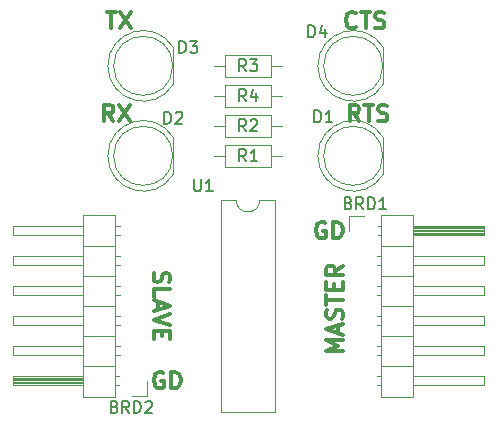
<source format=gbr>
%TF.GenerationSoftware,KiCad,Pcbnew,(6.0.1)*%
%TF.CreationDate,2024-08-30T10:32:37-04:00*%
%TF.ProjectId,FTDI_Monitor,46544449-5f4d-46f6-9e69-746f722e6b69,rev?*%
%TF.SameCoordinates,Original*%
%TF.FileFunction,Legend,Top*%
%TF.FilePolarity,Positive*%
%FSLAX46Y46*%
G04 Gerber Fmt 4.6, Leading zero omitted, Abs format (unit mm)*
G04 Created by KiCad (PCBNEW (6.0.1)) date 2024-08-30 10:32:37*
%MOMM*%
%LPD*%
G01*
G04 APERTURE LIST*
%ADD10C,0.304800*%
%ADD11C,0.150000*%
%ADD12C,0.120000*%
G04 APERTURE END LIST*
D10*
X68268547Y-45466000D02*
X68202023Y-45665571D01*
X68202023Y-45998190D01*
X68268547Y-46131238D01*
X68335071Y-46197761D01*
X68468119Y-46264285D01*
X68601166Y-46264285D01*
X68734214Y-46197761D01*
X68800738Y-46131238D01*
X68867261Y-45998190D01*
X68933785Y-45732095D01*
X69000309Y-45599047D01*
X69066833Y-45532523D01*
X69199880Y-45466000D01*
X69332928Y-45466000D01*
X69465976Y-45532523D01*
X69532500Y-45599047D01*
X69599023Y-45732095D01*
X69599023Y-46064714D01*
X69532500Y-46264285D01*
X68202023Y-47528238D02*
X68202023Y-46863000D01*
X69599023Y-46863000D01*
X68601166Y-47927380D02*
X68601166Y-48592619D01*
X68202023Y-47794333D02*
X69599023Y-48260000D01*
X68202023Y-48725666D01*
X69599023Y-48991761D02*
X68202023Y-49457428D01*
X69599023Y-49923095D01*
X68933785Y-50388761D02*
X68933785Y-50854428D01*
X68202023Y-51054000D02*
X68202023Y-50388761D01*
X69599023Y-50388761D01*
X69599023Y-51054000D01*
X84197976Y-52106285D02*
X82800976Y-52106285D01*
X83798833Y-51640619D01*
X82800976Y-51174952D01*
X84197976Y-51174952D01*
X83798833Y-50576238D02*
X83798833Y-49911000D01*
X84197976Y-50709285D02*
X82800976Y-50243619D01*
X84197976Y-49777952D01*
X84131452Y-49378809D02*
X84197976Y-49179238D01*
X84197976Y-48846619D01*
X84131452Y-48713571D01*
X84064928Y-48647047D01*
X83931880Y-48580523D01*
X83798833Y-48580523D01*
X83665785Y-48647047D01*
X83599261Y-48713571D01*
X83532738Y-48846619D01*
X83466214Y-49112714D01*
X83399690Y-49245761D01*
X83333166Y-49312285D01*
X83200119Y-49378809D01*
X83067071Y-49378809D01*
X82934023Y-49312285D01*
X82867500Y-49245761D01*
X82800976Y-49112714D01*
X82800976Y-48780095D01*
X82867500Y-48580523D01*
X82800976Y-48181380D02*
X82800976Y-47383095D01*
X84197976Y-47782238D02*
X82800976Y-47782238D01*
X83466214Y-46917428D02*
X83466214Y-46451761D01*
X84197976Y-46252190D02*
X84197976Y-46917428D01*
X82800976Y-46917428D01*
X82800976Y-46252190D01*
X84197976Y-44855190D02*
X83532738Y-45320857D01*
X84197976Y-45653476D02*
X82800976Y-45653476D01*
X82800976Y-45121285D01*
X82867500Y-44988238D01*
X82934023Y-44921714D01*
X83067071Y-44855190D01*
X83266642Y-44855190D01*
X83399690Y-44921714D01*
X83466214Y-44988238D01*
X83532738Y-45121285D01*
X83532738Y-45653476D01*
X85594976Y-32635976D02*
X85129309Y-31970738D01*
X84796690Y-32635976D02*
X84796690Y-31238976D01*
X85328880Y-31238976D01*
X85461928Y-31305500D01*
X85528452Y-31372023D01*
X85594976Y-31505071D01*
X85594976Y-31704642D01*
X85528452Y-31837690D01*
X85461928Y-31904214D01*
X85328880Y-31970738D01*
X84796690Y-31970738D01*
X85994119Y-31238976D02*
X86792404Y-31238976D01*
X86393261Y-32635976D02*
X86393261Y-31238976D01*
X87191547Y-32569452D02*
X87391119Y-32635976D01*
X87723738Y-32635976D01*
X87856785Y-32569452D01*
X87923309Y-32502928D01*
X87989833Y-32369880D01*
X87989833Y-32236833D01*
X87923309Y-32103785D01*
X87856785Y-32037261D01*
X87723738Y-31970738D01*
X87457642Y-31904214D01*
X87324595Y-31837690D01*
X87258071Y-31771166D01*
X87191547Y-31638119D01*
X87191547Y-31505071D01*
X87258071Y-31372023D01*
X87324595Y-31305500D01*
X87457642Y-31238976D01*
X87790261Y-31238976D01*
X87989833Y-31305500D01*
X85340976Y-24628928D02*
X85274452Y-24695452D01*
X85074880Y-24761976D01*
X84941833Y-24761976D01*
X84742261Y-24695452D01*
X84609214Y-24562404D01*
X84542690Y-24429357D01*
X84476166Y-24163261D01*
X84476166Y-23963690D01*
X84542690Y-23697595D01*
X84609214Y-23564547D01*
X84742261Y-23431500D01*
X84941833Y-23364976D01*
X85074880Y-23364976D01*
X85274452Y-23431500D01*
X85340976Y-23498023D01*
X85740119Y-23364976D02*
X86538404Y-23364976D01*
X86139261Y-24761976D02*
X86139261Y-23364976D01*
X86937547Y-24695452D02*
X87137119Y-24761976D01*
X87469738Y-24761976D01*
X87602785Y-24695452D01*
X87669309Y-24628928D01*
X87735833Y-24495880D01*
X87735833Y-24362833D01*
X87669309Y-24229785D01*
X87602785Y-24163261D01*
X87469738Y-24096738D01*
X87203642Y-24030214D01*
X87070595Y-23963690D01*
X87004071Y-23897166D01*
X86937547Y-23764119D01*
X86937547Y-23631071D01*
X87004071Y-23498023D01*
X87070595Y-23431500D01*
X87203642Y-23364976D01*
X87536261Y-23364976D01*
X87735833Y-23431500D01*
X64791166Y-32635976D02*
X64325500Y-31970738D01*
X63992880Y-32635976D02*
X63992880Y-31238976D01*
X64525071Y-31238976D01*
X64658119Y-31305500D01*
X64724642Y-31372023D01*
X64791166Y-31505071D01*
X64791166Y-31704642D01*
X64724642Y-31837690D01*
X64658119Y-31904214D01*
X64525071Y-31970738D01*
X63992880Y-31970738D01*
X65256833Y-31238976D02*
X66188166Y-32635976D01*
X66188166Y-31238976D02*
X65256833Y-32635976D01*
X64213619Y-23364976D02*
X65011904Y-23364976D01*
X64612761Y-24761976D02*
X64612761Y-23364976D01*
X65344523Y-23364976D02*
X66275857Y-24761976D01*
X66275857Y-23364976D02*
X65344523Y-24761976D01*
X82725380Y-41211500D02*
X82592333Y-41144976D01*
X82392761Y-41144976D01*
X82193190Y-41211500D01*
X82060142Y-41344547D01*
X81993619Y-41477595D01*
X81927095Y-41743690D01*
X81927095Y-41943261D01*
X81993619Y-42209357D01*
X82060142Y-42342404D01*
X82193190Y-42475452D01*
X82392761Y-42541976D01*
X82525809Y-42541976D01*
X82725380Y-42475452D01*
X82791904Y-42408928D01*
X82791904Y-41943261D01*
X82525809Y-41943261D01*
X83390619Y-42541976D02*
X83390619Y-41144976D01*
X83723238Y-41144976D01*
X83922809Y-41211500D01*
X84055857Y-41344547D01*
X84122380Y-41477595D01*
X84188904Y-41743690D01*
X84188904Y-41943261D01*
X84122380Y-42209357D01*
X84055857Y-42342404D01*
X83922809Y-42475452D01*
X83723238Y-42541976D01*
X83390619Y-42541976D01*
X69009380Y-53911500D02*
X68876333Y-53844976D01*
X68676761Y-53844976D01*
X68477190Y-53911500D01*
X68344142Y-54044547D01*
X68277619Y-54177595D01*
X68211095Y-54443690D01*
X68211095Y-54643261D01*
X68277619Y-54909357D01*
X68344142Y-55042404D01*
X68477190Y-55175452D01*
X68676761Y-55241976D01*
X68809809Y-55241976D01*
X69009380Y-55175452D01*
X69075904Y-55108928D01*
X69075904Y-54643261D01*
X68809809Y-54643261D01*
X69674619Y-55241976D02*
X69674619Y-53844976D01*
X70007238Y-53844976D01*
X70206809Y-53911500D01*
X70339857Y-54044547D01*
X70406380Y-54177595D01*
X70472904Y-54443690D01*
X70472904Y-54643261D01*
X70406380Y-54909357D01*
X70339857Y-55042404D01*
X70206809Y-55175452D01*
X70007238Y-55241976D01*
X69674619Y-55241976D01*
D11*
%TO.C,R4*%
X76033333Y-30932380D02*
X75700000Y-30456190D01*
X75461904Y-30932380D02*
X75461904Y-29932380D01*
X75842857Y-29932380D01*
X75938095Y-29980000D01*
X75985714Y-30027619D01*
X76033333Y-30122857D01*
X76033333Y-30265714D01*
X75985714Y-30360952D01*
X75938095Y-30408571D01*
X75842857Y-30456190D01*
X75461904Y-30456190D01*
X76890476Y-30265714D02*
X76890476Y-30932380D01*
X76652380Y-29884761D02*
X76414285Y-30599047D01*
X77033333Y-30599047D01*
%TO.C,R3*%
X76033333Y-28392380D02*
X75700000Y-27916190D01*
X75461904Y-28392380D02*
X75461904Y-27392380D01*
X75842857Y-27392380D01*
X75938095Y-27440000D01*
X75985714Y-27487619D01*
X76033333Y-27582857D01*
X76033333Y-27725714D01*
X75985714Y-27820952D01*
X75938095Y-27868571D01*
X75842857Y-27916190D01*
X75461904Y-27916190D01*
X76366666Y-27392380D02*
X76985714Y-27392380D01*
X76652380Y-27773333D01*
X76795238Y-27773333D01*
X76890476Y-27820952D01*
X76938095Y-27868571D01*
X76985714Y-27963809D01*
X76985714Y-28201904D01*
X76938095Y-28297142D01*
X76890476Y-28344761D01*
X76795238Y-28392380D01*
X76509523Y-28392380D01*
X76414285Y-28344761D01*
X76366666Y-28297142D01*
%TO.C,R2*%
X76033333Y-33472380D02*
X75700000Y-32996190D01*
X75461904Y-33472380D02*
X75461904Y-32472380D01*
X75842857Y-32472380D01*
X75938095Y-32520000D01*
X75985714Y-32567619D01*
X76033333Y-32662857D01*
X76033333Y-32805714D01*
X75985714Y-32900952D01*
X75938095Y-32948571D01*
X75842857Y-32996190D01*
X75461904Y-32996190D01*
X76414285Y-32567619D02*
X76461904Y-32520000D01*
X76557142Y-32472380D01*
X76795238Y-32472380D01*
X76890476Y-32520000D01*
X76938095Y-32567619D01*
X76985714Y-32662857D01*
X76985714Y-32758095D01*
X76938095Y-32900952D01*
X76366666Y-33472380D01*
X76985714Y-33472380D01*
%TO.C,R1*%
X76033333Y-36012380D02*
X75700000Y-35536190D01*
X75461904Y-36012380D02*
X75461904Y-35012380D01*
X75842857Y-35012380D01*
X75938095Y-35060000D01*
X75985714Y-35107619D01*
X76033333Y-35202857D01*
X76033333Y-35345714D01*
X75985714Y-35440952D01*
X75938095Y-35488571D01*
X75842857Y-35536190D01*
X75461904Y-35536190D01*
X76985714Y-36012380D02*
X76414285Y-36012380D01*
X76700000Y-36012380D02*
X76700000Y-35012380D01*
X76604761Y-35155238D01*
X76509523Y-35250476D01*
X76414285Y-35298095D01*
%TO.C,D4*%
X81303904Y-25511947D02*
X81303904Y-24511947D01*
X81542000Y-24511947D01*
X81684857Y-24559567D01*
X81780095Y-24654805D01*
X81827714Y-24750043D01*
X81875333Y-24940519D01*
X81875333Y-25083376D01*
X81827714Y-25273852D01*
X81780095Y-25369090D01*
X81684857Y-25464328D01*
X81542000Y-25511947D01*
X81303904Y-25511947D01*
X82732476Y-24845281D02*
X82732476Y-25511947D01*
X82494380Y-24464328D02*
X82256285Y-25178614D01*
X82875333Y-25178614D01*
%TO.C,D3*%
X70381904Y-26847380D02*
X70381904Y-25847380D01*
X70620000Y-25847380D01*
X70762857Y-25895000D01*
X70858095Y-25990238D01*
X70905714Y-26085476D01*
X70953333Y-26275952D01*
X70953333Y-26418809D01*
X70905714Y-26609285D01*
X70858095Y-26704523D01*
X70762857Y-26799761D01*
X70620000Y-26847380D01*
X70381904Y-26847380D01*
X71286666Y-25847380D02*
X71905714Y-25847380D01*
X71572380Y-26228333D01*
X71715238Y-26228333D01*
X71810476Y-26275952D01*
X71858095Y-26323571D01*
X71905714Y-26418809D01*
X71905714Y-26656904D01*
X71858095Y-26752142D01*
X71810476Y-26799761D01*
X71715238Y-26847380D01*
X71429523Y-26847380D01*
X71334285Y-26799761D01*
X71286666Y-26752142D01*
%TO.C,D2*%
X69111904Y-32837380D02*
X69111904Y-31837380D01*
X69350000Y-31837380D01*
X69492857Y-31885000D01*
X69588095Y-31980238D01*
X69635714Y-32075476D01*
X69683333Y-32265952D01*
X69683333Y-32408809D01*
X69635714Y-32599285D01*
X69588095Y-32694523D01*
X69492857Y-32789761D01*
X69350000Y-32837380D01*
X69111904Y-32837380D01*
X70064285Y-31932619D02*
X70111904Y-31885000D01*
X70207142Y-31837380D01*
X70445238Y-31837380D01*
X70540476Y-31885000D01*
X70588095Y-31932619D01*
X70635714Y-32027857D01*
X70635714Y-32123095D01*
X70588095Y-32265952D01*
X70016666Y-32837380D01*
X70635714Y-32837380D01*
%TO.C,D1*%
X81811904Y-32710380D02*
X81811904Y-31710380D01*
X82050000Y-31710380D01*
X82192857Y-31758000D01*
X82288095Y-31853238D01*
X82335714Y-31948476D01*
X82383333Y-32138952D01*
X82383333Y-32281809D01*
X82335714Y-32472285D01*
X82288095Y-32567523D01*
X82192857Y-32662761D01*
X82050000Y-32710380D01*
X81811904Y-32710380D01*
X83335714Y-32710380D02*
X82764285Y-32710380D01*
X83050000Y-32710380D02*
X83050000Y-31710380D01*
X82954761Y-31853238D01*
X82859523Y-31948476D01*
X82764285Y-31996095D01*
%TO.C,BRD2*%
X64889238Y-56808571D02*
X65032095Y-56856190D01*
X65079714Y-56903809D01*
X65127333Y-56999047D01*
X65127333Y-57141904D01*
X65079714Y-57237142D01*
X65032095Y-57284761D01*
X64936857Y-57332380D01*
X64555904Y-57332380D01*
X64555904Y-56332380D01*
X64889238Y-56332380D01*
X64984476Y-56380000D01*
X65032095Y-56427619D01*
X65079714Y-56522857D01*
X65079714Y-56618095D01*
X65032095Y-56713333D01*
X64984476Y-56760952D01*
X64889238Y-56808571D01*
X64555904Y-56808571D01*
X66127333Y-57332380D02*
X65794000Y-56856190D01*
X65555904Y-57332380D02*
X65555904Y-56332380D01*
X65936857Y-56332380D01*
X66032095Y-56380000D01*
X66079714Y-56427619D01*
X66127333Y-56522857D01*
X66127333Y-56665714D01*
X66079714Y-56760952D01*
X66032095Y-56808571D01*
X65936857Y-56856190D01*
X65555904Y-56856190D01*
X66555904Y-57332380D02*
X66555904Y-56332380D01*
X66794000Y-56332380D01*
X66936857Y-56380000D01*
X67032095Y-56475238D01*
X67079714Y-56570476D01*
X67127333Y-56760952D01*
X67127333Y-56903809D01*
X67079714Y-57094285D01*
X67032095Y-57189523D01*
X66936857Y-57284761D01*
X66794000Y-57332380D01*
X66555904Y-57332380D01*
X67508285Y-56427619D02*
X67555904Y-56380000D01*
X67651142Y-56332380D01*
X67889238Y-56332380D01*
X67984476Y-56380000D01*
X68032095Y-56427619D01*
X68079714Y-56522857D01*
X68079714Y-56618095D01*
X68032095Y-56760952D01*
X67460666Y-57332380D01*
X68079714Y-57332380D01*
%TO.C,BRD1*%
X84701238Y-39552571D02*
X84844095Y-39600190D01*
X84891714Y-39647809D01*
X84939333Y-39743047D01*
X84939333Y-39885904D01*
X84891714Y-39981142D01*
X84844095Y-40028761D01*
X84748857Y-40076380D01*
X84367904Y-40076380D01*
X84367904Y-39076380D01*
X84701238Y-39076380D01*
X84796476Y-39124000D01*
X84844095Y-39171619D01*
X84891714Y-39266857D01*
X84891714Y-39362095D01*
X84844095Y-39457333D01*
X84796476Y-39504952D01*
X84701238Y-39552571D01*
X84367904Y-39552571D01*
X85939333Y-40076380D02*
X85606000Y-39600190D01*
X85367904Y-40076380D02*
X85367904Y-39076380D01*
X85748857Y-39076380D01*
X85844095Y-39124000D01*
X85891714Y-39171619D01*
X85939333Y-39266857D01*
X85939333Y-39409714D01*
X85891714Y-39504952D01*
X85844095Y-39552571D01*
X85748857Y-39600190D01*
X85367904Y-39600190D01*
X86367904Y-40076380D02*
X86367904Y-39076380D01*
X86606000Y-39076380D01*
X86748857Y-39124000D01*
X86844095Y-39219238D01*
X86891714Y-39314476D01*
X86939333Y-39504952D01*
X86939333Y-39647809D01*
X86891714Y-39838285D01*
X86844095Y-39933523D01*
X86748857Y-40028761D01*
X86606000Y-40076380D01*
X86367904Y-40076380D01*
X87891714Y-40076380D02*
X87320285Y-40076380D01*
X87606000Y-40076380D02*
X87606000Y-39076380D01*
X87510761Y-39219238D01*
X87415523Y-39314476D01*
X87320285Y-39362095D01*
%TO.C,U1*%
X71628095Y-37552380D02*
X71628095Y-38361904D01*
X71675714Y-38457142D01*
X71723333Y-38504761D01*
X71818571Y-38552380D01*
X72009047Y-38552380D01*
X72104285Y-38504761D01*
X72151904Y-38457142D01*
X72199523Y-38361904D01*
X72199523Y-37552380D01*
X73199523Y-38552380D02*
X72628095Y-38552380D01*
X72913809Y-38552380D02*
X72913809Y-37552380D01*
X72818571Y-37695238D01*
X72723333Y-37790476D01*
X72628095Y-37838095D01*
D12*
%TO.C,R4*%
X78120000Y-31400000D02*
X78120000Y-29560000D01*
X78120000Y-29560000D02*
X74280000Y-29560000D01*
X74280000Y-31400000D02*
X78120000Y-31400000D01*
X79070000Y-30480000D02*
X78120000Y-30480000D01*
X74280000Y-29560000D02*
X74280000Y-31400000D01*
X73330000Y-30480000D02*
X74280000Y-30480000D01*
%TO.C,R3*%
X74280000Y-27020000D02*
X74280000Y-28860000D01*
X74280000Y-28860000D02*
X78120000Y-28860000D01*
X78120000Y-27020000D02*
X74280000Y-27020000D01*
X73330000Y-27940000D02*
X74280000Y-27940000D01*
X78120000Y-28860000D02*
X78120000Y-27020000D01*
X79070000Y-27940000D02*
X78120000Y-27940000D01*
%TO.C,R2*%
X74280000Y-32100000D02*
X74280000Y-33940000D01*
X74280000Y-33940000D02*
X78120000Y-33940000D01*
X78120000Y-32100000D02*
X74280000Y-32100000D01*
X73330000Y-33020000D02*
X74280000Y-33020000D01*
X78120000Y-33940000D02*
X78120000Y-32100000D01*
X79070000Y-33020000D02*
X78120000Y-33020000D01*
%TO.C,R1*%
X78120000Y-36480000D02*
X78120000Y-34640000D01*
X78120000Y-34640000D02*
X74280000Y-34640000D01*
X74280000Y-36480000D02*
X78120000Y-36480000D01*
X79070000Y-35560000D02*
X78120000Y-35560000D01*
X74280000Y-34640000D02*
X74280000Y-36480000D01*
X73330000Y-35560000D02*
X74280000Y-35560000D01*
%TO.C,D4*%
X87650000Y-29485000D02*
X87650000Y-26395000D01*
X87650000Y-26395170D02*
G75*
G03*
X82100000Y-27940462I-2560000J-1544830D01*
G01*
X82100000Y-27939538D02*
G75*
G03*
X87650000Y-29484830I2990000J-462D01*
G01*
X87590000Y-27940000D02*
G75*
G03*
X87590000Y-27940000I-2500000J0D01*
G01*
%TO.C,D3*%
X69810000Y-27940000D02*
G75*
G03*
X69810000Y-27940000I-2500000J0D01*
G01*
X64320000Y-27939538D02*
G75*
G03*
X69870000Y-29484830I2990000J-462D01*
G01*
X69870000Y-26395170D02*
G75*
G03*
X64320000Y-27940462I-2560000J-1544830D01*
G01*
X69870000Y-29485000D02*
X69870000Y-26395000D01*
%TO.C,D2*%
X69870000Y-37105000D02*
X69870000Y-34015000D01*
X69870000Y-34015170D02*
G75*
G03*
X64320000Y-35560462I-2560000J-1544830D01*
G01*
X64320000Y-35559538D02*
G75*
G03*
X69870000Y-37104830I2990000J-462D01*
G01*
X69810000Y-35560000D02*
G75*
G03*
X69810000Y-35560000I-2500000J0D01*
G01*
%TO.C,D1*%
X87650000Y-37105000D02*
X87650000Y-34015000D01*
X87650000Y-34015170D02*
G75*
G03*
X82100000Y-35560462I-2560000J-1544830D01*
G01*
X82100000Y-35559538D02*
G75*
G03*
X87650000Y-37104830I2990000J-462D01*
G01*
X87590000Y-35560000D02*
G75*
G03*
X87590000Y-35560000I-2500000J0D01*
G01*
%TO.C,BRD2*%
X65308071Y-51690000D02*
X64911000Y-51690000D01*
X62251000Y-47370000D02*
X56251000Y-47370000D01*
X56251000Y-49150000D02*
X62251000Y-49150000D01*
X64911000Y-55940000D02*
X64911000Y-40580000D01*
X65241000Y-54990000D02*
X64911000Y-54990000D01*
X56251000Y-54990000D02*
X56251000Y-54230000D01*
X65308071Y-49150000D02*
X64911000Y-49150000D01*
X62251000Y-54570000D02*
X56251000Y-54570000D01*
X65241000Y-54230000D02*
X64911000Y-54230000D01*
X56251000Y-47370000D02*
X56251000Y-46610000D01*
X65308071Y-42290000D02*
X64911000Y-42290000D01*
X65308071Y-46610000D02*
X64911000Y-46610000D01*
X65308071Y-44830000D02*
X64911000Y-44830000D01*
X62251000Y-54810000D02*
X56251000Y-54810000D01*
X56251000Y-54230000D02*
X62251000Y-54230000D01*
X56251000Y-51690000D02*
X62251000Y-51690000D01*
X56251000Y-52450000D02*
X56251000Y-51690000D01*
X67621000Y-55880000D02*
X66351000Y-55880000D01*
X56251000Y-46610000D02*
X62251000Y-46610000D01*
X64911000Y-53340000D02*
X62251000Y-53340000D01*
X64911000Y-40580000D02*
X62251000Y-40580000D01*
X62251000Y-54690000D02*
X56251000Y-54690000D01*
X62251000Y-49910000D02*
X56251000Y-49910000D01*
X64911000Y-43180000D02*
X62251000Y-43180000D01*
X64911000Y-50800000D02*
X62251000Y-50800000D01*
X62251000Y-54930000D02*
X56251000Y-54930000D01*
X65308071Y-49910000D02*
X64911000Y-49910000D01*
X56251000Y-42290000D02*
X56251000Y-41530000D01*
X62251000Y-55940000D02*
X64911000Y-55940000D01*
X64911000Y-48260000D02*
X62251000Y-48260000D01*
X56251000Y-44070000D02*
X62251000Y-44070000D01*
X62251000Y-54990000D02*
X56251000Y-54990000D01*
X67621000Y-54610000D02*
X67621000Y-55880000D01*
X62251000Y-54450000D02*
X56251000Y-54450000D01*
X56251000Y-44830000D02*
X56251000Y-44070000D01*
X64911000Y-45720000D02*
X62251000Y-45720000D01*
X65308071Y-47370000D02*
X64911000Y-47370000D01*
X62251000Y-40580000D02*
X62251000Y-55940000D01*
X62251000Y-54330000D02*
X56251000Y-54330000D01*
X62251000Y-42290000D02*
X56251000Y-42290000D01*
X62251000Y-52450000D02*
X56251000Y-52450000D01*
X56251000Y-41530000D02*
X62251000Y-41530000D01*
X65308071Y-41530000D02*
X64911000Y-41530000D01*
X65308071Y-52450000D02*
X64911000Y-52450000D01*
X62251000Y-44830000D02*
X56251000Y-44830000D01*
X65308071Y-44070000D02*
X64911000Y-44070000D01*
X56251000Y-49910000D02*
X56251000Y-49150000D01*
%TO.C,BRD1*%
X87091929Y-44830000D02*
X87489000Y-44830000D01*
X90149000Y-49150000D02*
X96149000Y-49150000D01*
X96149000Y-47370000D02*
X90149000Y-47370000D01*
X87489000Y-40580000D02*
X87489000Y-55940000D01*
X87159000Y-41530000D02*
X87489000Y-41530000D01*
X96149000Y-41530000D02*
X96149000Y-42290000D01*
X87091929Y-47370000D02*
X87489000Y-47370000D01*
X90149000Y-41950000D02*
X96149000Y-41950000D01*
X87159000Y-42290000D02*
X87489000Y-42290000D01*
X96149000Y-49150000D02*
X96149000Y-49910000D01*
X87091929Y-54230000D02*
X87489000Y-54230000D01*
X87091929Y-49910000D02*
X87489000Y-49910000D01*
X87091929Y-51690000D02*
X87489000Y-51690000D01*
X90149000Y-41710000D02*
X96149000Y-41710000D01*
X96149000Y-42290000D02*
X90149000Y-42290000D01*
X96149000Y-44830000D02*
X90149000Y-44830000D01*
X96149000Y-44070000D02*
X96149000Y-44830000D01*
X84779000Y-40640000D02*
X86049000Y-40640000D01*
X96149000Y-49910000D02*
X90149000Y-49910000D01*
X87489000Y-43180000D02*
X90149000Y-43180000D01*
X87489000Y-55940000D02*
X90149000Y-55940000D01*
X90149000Y-41830000D02*
X96149000Y-41830000D01*
X90149000Y-46610000D02*
X96149000Y-46610000D01*
X87489000Y-53340000D02*
X90149000Y-53340000D01*
X87489000Y-45720000D02*
X90149000Y-45720000D01*
X90149000Y-41590000D02*
X96149000Y-41590000D01*
X87091929Y-46610000D02*
X87489000Y-46610000D01*
X96149000Y-54230000D02*
X96149000Y-54990000D01*
X90149000Y-40580000D02*
X87489000Y-40580000D01*
X87489000Y-48260000D02*
X90149000Y-48260000D01*
X96149000Y-52450000D02*
X90149000Y-52450000D01*
X90149000Y-41530000D02*
X96149000Y-41530000D01*
X84779000Y-41910000D02*
X84779000Y-40640000D01*
X90149000Y-42070000D02*
X96149000Y-42070000D01*
X96149000Y-51690000D02*
X96149000Y-52450000D01*
X87489000Y-50800000D02*
X90149000Y-50800000D01*
X87091929Y-49150000D02*
X87489000Y-49150000D01*
X90149000Y-55940000D02*
X90149000Y-40580000D01*
X90149000Y-42190000D02*
X96149000Y-42190000D01*
X90149000Y-54230000D02*
X96149000Y-54230000D01*
X90149000Y-44070000D02*
X96149000Y-44070000D01*
X96149000Y-54990000D02*
X90149000Y-54990000D01*
X87091929Y-54990000D02*
X87489000Y-54990000D01*
X87091929Y-44070000D02*
X87489000Y-44070000D01*
X90149000Y-51690000D02*
X96149000Y-51690000D01*
X87091929Y-52450000D02*
X87489000Y-52450000D01*
X96149000Y-46610000D02*
X96149000Y-47370000D01*
%TO.C,U1*%
X78435000Y-57205000D02*
X78435000Y-39305000D01*
X73935000Y-57205000D02*
X78435000Y-57205000D01*
X78435000Y-39305000D02*
X77185000Y-39305000D01*
X75185000Y-39305000D02*
X73935000Y-39305000D01*
X73935000Y-39305000D02*
X73935000Y-57205000D01*
X75185000Y-39305000D02*
G75*
G03*
X77185000Y-39305000I1000000J0D01*
G01*
%TD*%
M02*

</source>
